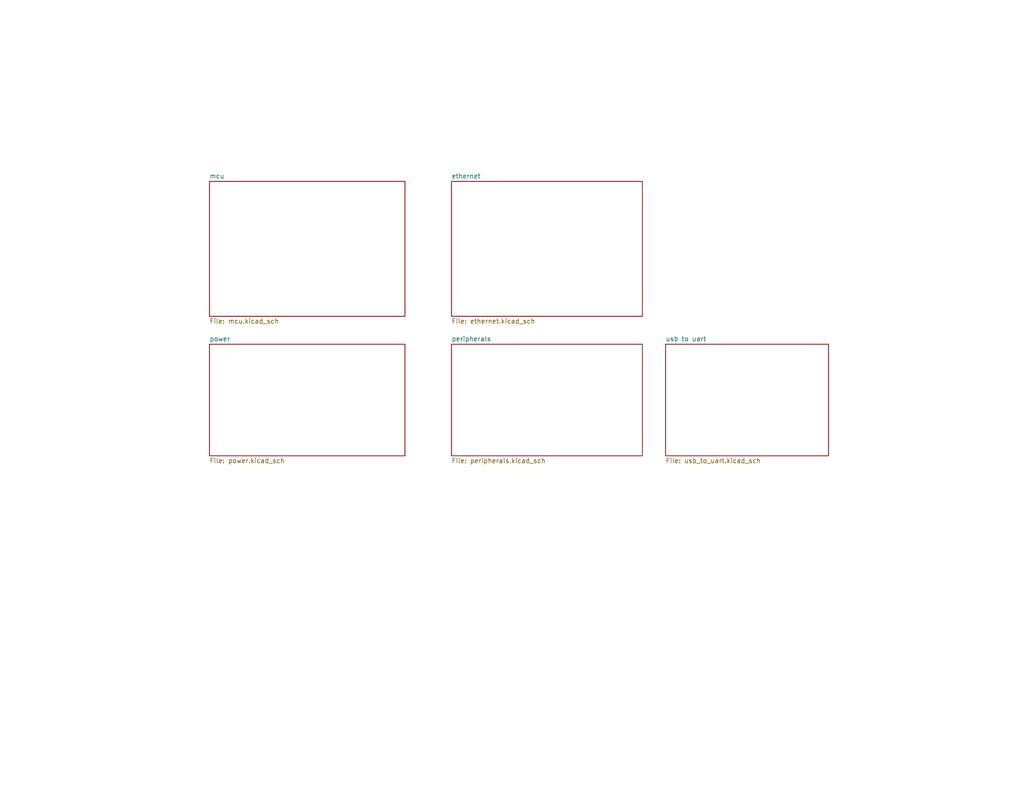
<source format=kicad_sch>
(kicad_sch
	(version 20250114)
	(generator "eeschema")
	(generator_version "9.0")
	(uuid "8c38e4ab-00b4-41d2-ba83-c24ee9e4f60d")
	(paper "A")
	(lib_symbols)
	(sheet
		(at 123.19 93.98)
		(size 52.07 30.48)
		(exclude_from_sim no)
		(in_bom yes)
		(on_board yes)
		(dnp no)
		(fields_autoplaced yes)
		(stroke
			(width 0.1524)
			(type solid)
		)
		(fill
			(color 0 0 0 0.0000)
		)
		(uuid "2bc018ee-2cce-4689-b37f-298321e25f19")
		(property "Sheetname" "peripherals"
			(at 123.19 93.2684 0)
			(effects
				(font
					(size 1.27 1.27)
				)
				(justify left bottom)
			)
		)
		(property "Sheetfile" "peripherals.kicad_sch"
			(at 123.19 125.0446 0)
			(effects
				(font
					(size 1.27 1.27)
				)
				(justify left top)
			)
		)
		(instances
			(project "stm"
				(path "/8c38e4ab-00b4-41d2-ba83-c24ee9e4f60d"
					(page "5")
				)
			)
		)
	)
	(sheet
		(at 57.15 49.53)
		(size 53.34 36.83)
		(exclude_from_sim no)
		(in_bom yes)
		(on_board yes)
		(dnp no)
		(fields_autoplaced yes)
		(stroke
			(width 0.1524)
			(type solid)
		)
		(fill
			(color 0 0 0 0.0000)
		)
		(uuid "3d77bd3a-af67-406a-aaa2-1f0342e5c06d")
		(property "Sheetname" "mcu"
			(at 57.15 48.8184 0)
			(effects
				(font
					(size 1.27 1.27)
				)
				(justify left bottom)
			)
		)
		(property "Sheetfile" "mcu.kicad_sch"
			(at 57.15 86.9446 0)
			(effects
				(font
					(size 1.27 1.27)
				)
				(justify left top)
			)
		)
		(instances
			(project "stm"
				(path "/8c38e4ab-00b4-41d2-ba83-c24ee9e4f60d"
					(page "2")
				)
			)
		)
	)
	(sheet
		(at 57.15 93.98)
		(size 53.34 30.48)
		(exclude_from_sim no)
		(in_bom yes)
		(on_board yes)
		(dnp no)
		(fields_autoplaced yes)
		(stroke
			(width 0.1524)
			(type solid)
		)
		(fill
			(color 0 0 0 0.0000)
		)
		(uuid "791837e1-0a88-4cee-9e08-e44e0b3e2001")
		(property "Sheetname" "power"
			(at 57.15 93.2684 0)
			(effects
				(font
					(size 1.27 1.27)
				)
				(justify left bottom)
			)
		)
		(property "Sheetfile" "power.kicad_sch"
			(at 57.15 125.0446 0)
			(effects
				(font
					(size 1.27 1.27)
				)
				(justify left top)
			)
		)
		(instances
			(project "stm"
				(path "/8c38e4ab-00b4-41d2-ba83-c24ee9e4f60d"
					(page "4")
				)
			)
		)
	)
	(sheet
		(at 123.19 49.53)
		(size 52.07 36.83)
		(exclude_from_sim no)
		(in_bom yes)
		(on_board yes)
		(dnp no)
		(fields_autoplaced yes)
		(stroke
			(width 0.1524)
			(type solid)
		)
		(fill
			(color 0 0 0 0.0000)
		)
		(uuid "8c6cc8cf-9a2c-4b78-a3d6-518f2b49554f")
		(property "Sheetname" "ethernet"
			(at 123.19 48.8184 0)
			(effects
				(font
					(size 1.27 1.27)
				)
				(justify left bottom)
			)
		)
		(property "Sheetfile" "ethernet.kicad_sch"
			(at 123.19 86.9446 0)
			(effects
				(font
					(size 1.27 1.27)
				)
				(justify left top)
			)
		)
		(instances
			(project "stm"
				(path "/8c38e4ab-00b4-41d2-ba83-c24ee9e4f60d"
					(page "3")
				)
			)
		)
	)
	(sheet
		(at 181.61 93.98)
		(size 44.45 30.48)
		(exclude_from_sim no)
		(in_bom yes)
		(on_board yes)
		(dnp no)
		(fields_autoplaced yes)
		(stroke
			(width 0.1524)
			(type solid)
		)
		(fill
			(color 0 0 0 0.0000)
		)
		(uuid "f758c19f-a19d-4214-8717-e2817252528b")
		(property "Sheetname" "usb to uart"
			(at 181.61 93.2684 0)
			(effects
				(font
					(size 1.27 1.27)
				)
				(justify left bottom)
			)
		)
		(property "Sheetfile" "usb_to_uart.kicad_sch"
			(at 181.61 125.0446 0)
			(effects
				(font
					(size 1.27 1.27)
				)
				(justify left top)
			)
		)
		(instances
			(project "stm"
				(path "/8c38e4ab-00b4-41d2-ba83-c24ee9e4f60d"
					(page "6")
				)
			)
		)
	)
	(sheet_instances
		(path "/"
			(page "1")
		)
	)
	(embedded_fonts no)
)

</source>
